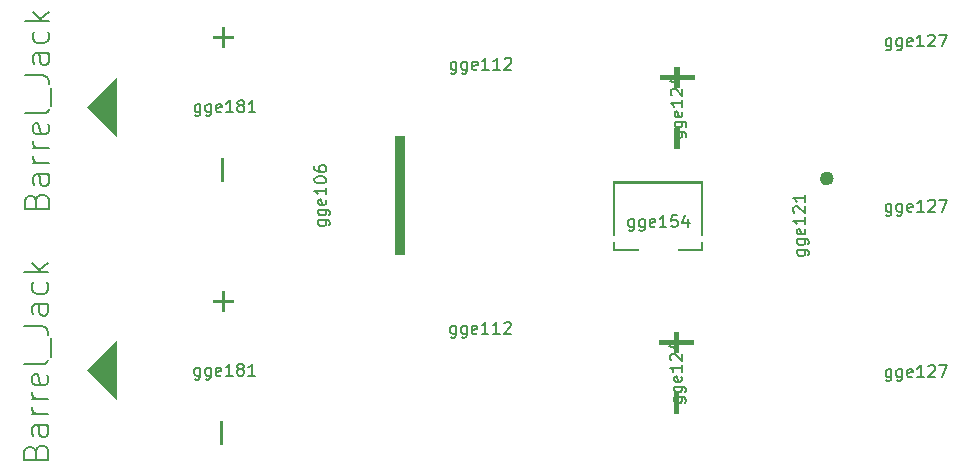
<source format=gbr>
%TF.GenerationSoftware,KiCad,Pcbnew,(6.0.8)*%
%TF.CreationDate,2022-12-08T15:19:17+02:00*%
%TF.ProjectId,Power Distribution,506f7765-7220-4446-9973-747269627574,V0*%
%TF.SameCoordinates,Original*%
%TF.FileFunction,Other,Comment*%
%FSLAX46Y46*%
G04 Gerber Fmt 4.6, Leading zero omitted, Abs format (unit mm)*
G04 Created by KiCad (PCBNEW (6.0.8)) date 2022-12-08 15:19:17*
%MOMM*%
%LPD*%
G01*
G04 APERTURE LIST*
%ADD10C,0.150000*%
%ADD11C,0.203000*%
%ADD12C,0.600000*%
G04 APERTURE END LIST*
D10*
%TO.C,Q2*%
X246592367Y-141345786D02*
X247401891Y-141345786D01*
X247497129Y-141393405D01*
X247544748Y-141441024D01*
X247592367Y-141536262D01*
X247592367Y-141679119D01*
X247544748Y-141774357D01*
X247211414Y-141345786D02*
X247259033Y-141441024D01*
X247259033Y-141631500D01*
X247211414Y-141726738D01*
X247163795Y-141774357D01*
X247068557Y-141821976D01*
X246782843Y-141821976D01*
X246687605Y-141774357D01*
X246639986Y-141726738D01*
X246592367Y-141631500D01*
X246592367Y-141441024D01*
X246639986Y-141345786D01*
X246592367Y-140441024D02*
X247401891Y-140441024D01*
X247497129Y-140488643D01*
X247544748Y-140536262D01*
X247592367Y-140631500D01*
X247592367Y-140774357D01*
X247544748Y-140869595D01*
X247211414Y-140441024D02*
X247259033Y-140536262D01*
X247259033Y-140726738D01*
X247211414Y-140821976D01*
X247163795Y-140869595D01*
X247068557Y-140917214D01*
X246782843Y-140917214D01*
X246687605Y-140869595D01*
X246639986Y-140821976D01*
X246592367Y-140726738D01*
X246592367Y-140536262D01*
X246639986Y-140441024D01*
X247211414Y-139583881D02*
X247259033Y-139679119D01*
X247259033Y-139869595D01*
X247211414Y-139964833D01*
X247116176Y-140012452D01*
X246735224Y-140012452D01*
X246639986Y-139964833D01*
X246592367Y-139869595D01*
X246592367Y-139679119D01*
X246639986Y-139583881D01*
X246735224Y-139536262D01*
X246830462Y-139536262D01*
X246925700Y-140012452D01*
X247259033Y-138583881D02*
X247259033Y-139155309D01*
X247259033Y-138869595D02*
X246259033Y-138869595D01*
X246401891Y-138964833D01*
X246497129Y-139060071D01*
X246544748Y-139155309D01*
X246354272Y-138202928D02*
X246306653Y-138155309D01*
X246259033Y-138060071D01*
X246259033Y-137821976D01*
X246306653Y-137726738D01*
X246354272Y-137679119D01*
X246449510Y-137631500D01*
X246544748Y-137631500D01*
X246687605Y-137679119D01*
X247259033Y-138250548D01*
X247259033Y-137631500D01*
X247259033Y-136679119D02*
X247259033Y-137250548D01*
X247259033Y-136964833D02*
X246259033Y-136964833D01*
X246401891Y-137060071D01*
X246497129Y-137155309D01*
X246544748Y-137250548D01*
%TO.C,D1*%
X236205861Y-131386563D02*
X237015385Y-131386563D01*
X237110623Y-131434182D01*
X237158242Y-131481801D01*
X237205861Y-131577039D01*
X237205861Y-131719896D01*
X237158242Y-131815134D01*
X236824908Y-131386563D02*
X236872527Y-131481801D01*
X236872527Y-131672277D01*
X236824908Y-131767515D01*
X236777289Y-131815134D01*
X236682051Y-131862753D01*
X236396337Y-131862753D01*
X236301099Y-131815134D01*
X236253480Y-131767515D01*
X236205861Y-131672277D01*
X236205861Y-131481801D01*
X236253480Y-131386563D01*
X236205861Y-130481801D02*
X237015385Y-130481801D01*
X237110623Y-130529420D01*
X237158242Y-130577039D01*
X237205861Y-130672277D01*
X237205861Y-130815134D01*
X237158242Y-130910372D01*
X236824908Y-130481801D02*
X236872527Y-130577039D01*
X236872527Y-130767515D01*
X236824908Y-130862753D01*
X236777289Y-130910372D01*
X236682051Y-130957991D01*
X236396337Y-130957991D01*
X236301099Y-130910372D01*
X236253480Y-130862753D01*
X236205861Y-130767515D01*
X236205861Y-130577039D01*
X236253480Y-130481801D01*
X236824908Y-129624658D02*
X236872527Y-129719896D01*
X236872527Y-129910372D01*
X236824908Y-130005610D01*
X236729670Y-130053229D01*
X236348718Y-130053229D01*
X236253480Y-130005610D01*
X236205861Y-129910372D01*
X236205861Y-129719896D01*
X236253480Y-129624658D01*
X236348718Y-129577039D01*
X236443956Y-129577039D01*
X236539194Y-130053229D01*
X236872527Y-128624658D02*
X236872527Y-129196086D01*
X236872527Y-128910372D02*
X235872527Y-128910372D01*
X236015385Y-129005610D01*
X236110623Y-129100848D01*
X236158242Y-129196086D01*
X235967766Y-128243705D02*
X235920147Y-128196086D01*
X235872527Y-128100848D01*
X235872527Y-127862753D01*
X235920147Y-127767515D01*
X235967766Y-127719896D01*
X236063004Y-127672277D01*
X236158242Y-127672277D01*
X236301099Y-127719896D01*
X236872527Y-128291325D01*
X236872527Y-127672277D01*
X236205861Y-126815134D02*
X236872527Y-126815134D01*
X235824908Y-127053229D02*
X236539194Y-127291325D01*
X236539194Y-126672277D01*
%TO.C,D2*%
X236157194Y-153829238D02*
X236966718Y-153829238D01*
X237061956Y-153876857D01*
X237109575Y-153924476D01*
X237157194Y-154019714D01*
X237157194Y-154162571D01*
X237109575Y-154257809D01*
X236776241Y-153829238D02*
X236823860Y-153924476D01*
X236823860Y-154114952D01*
X236776241Y-154210190D01*
X236728622Y-154257809D01*
X236633384Y-154305428D01*
X236347670Y-154305428D01*
X236252432Y-154257809D01*
X236204813Y-154210190D01*
X236157194Y-154114952D01*
X236157194Y-153924476D01*
X236204813Y-153829238D01*
X236157194Y-152924476D02*
X236966718Y-152924476D01*
X237061956Y-152972095D01*
X237109575Y-153019714D01*
X237157194Y-153114952D01*
X237157194Y-153257809D01*
X237109575Y-153353047D01*
X236776241Y-152924476D02*
X236823860Y-153019714D01*
X236823860Y-153210190D01*
X236776241Y-153305428D01*
X236728622Y-153353047D01*
X236633384Y-153400666D01*
X236347670Y-153400666D01*
X236252432Y-153353047D01*
X236204813Y-153305428D01*
X236157194Y-153210190D01*
X236157194Y-153019714D01*
X236204813Y-152924476D01*
X236776241Y-152067333D02*
X236823860Y-152162571D01*
X236823860Y-152353047D01*
X236776241Y-152448285D01*
X236681003Y-152495904D01*
X236300051Y-152495904D01*
X236204813Y-152448285D01*
X236157194Y-152353047D01*
X236157194Y-152162571D01*
X236204813Y-152067333D01*
X236300051Y-152019714D01*
X236395289Y-152019714D01*
X236490527Y-152495904D01*
X236823860Y-151067333D02*
X236823860Y-151638761D01*
X236823860Y-151353047D02*
X235823860Y-151353047D01*
X235966718Y-151448285D01*
X236061956Y-151543523D01*
X236109575Y-151638761D01*
X235919099Y-150686380D02*
X235871480Y-150638761D01*
X235823860Y-150543523D01*
X235823860Y-150305428D01*
X235871480Y-150210190D01*
X235919099Y-150162571D01*
X236014337Y-150114952D01*
X236109575Y-150114952D01*
X236252432Y-150162571D01*
X236823860Y-150734000D01*
X236823860Y-150114952D01*
X236157194Y-149257809D02*
X236823860Y-149257809D01*
X235776241Y-149495904D02*
X236490527Y-149734000D01*
X236490527Y-149114952D01*
D11*
%TO.C,J2*%
X182119169Y-158406094D02*
X182215931Y-158115808D01*
X182312692Y-158019046D01*
X182506216Y-157922284D01*
X182796502Y-157922284D01*
X182990026Y-158019046D01*
X183086788Y-158115808D01*
X183183550Y-158309332D01*
X183183550Y-159083427D01*
X181151550Y-159083427D01*
X181151550Y-158406094D01*
X181248312Y-158212570D01*
X181345073Y-158115808D01*
X181538597Y-158019046D01*
X181732121Y-158019046D01*
X181925645Y-158115808D01*
X182022407Y-158212570D01*
X182119169Y-158406094D01*
X182119169Y-159083427D01*
X183183550Y-156180570D02*
X182119169Y-156180570D01*
X181925645Y-156277332D01*
X181828883Y-156470856D01*
X181828883Y-156857903D01*
X181925645Y-157051427D01*
X183086788Y-156180570D02*
X183183550Y-156374094D01*
X183183550Y-156857903D01*
X183086788Y-157051427D01*
X182893264Y-157148189D01*
X182699740Y-157148189D01*
X182506216Y-157051427D01*
X182409454Y-156857903D01*
X182409454Y-156374094D01*
X182312692Y-156180570D01*
X183183550Y-155212951D02*
X181828883Y-155212951D01*
X182215931Y-155212951D02*
X182022407Y-155116189D01*
X181925645Y-155019427D01*
X181828883Y-154825903D01*
X181828883Y-154632379D01*
X183183550Y-153955046D02*
X181828883Y-153955046D01*
X182215931Y-153955046D02*
X182022407Y-153858284D01*
X181925645Y-153761522D01*
X181828883Y-153567998D01*
X181828883Y-153374475D01*
X183086788Y-151923046D02*
X183183550Y-152116570D01*
X183183550Y-152503617D01*
X183086788Y-152697141D01*
X182893264Y-152793903D01*
X182119169Y-152793903D01*
X181925645Y-152697141D01*
X181828883Y-152503617D01*
X181828883Y-152116570D01*
X181925645Y-151923046D01*
X182119169Y-151826284D01*
X182312692Y-151826284D01*
X182506216Y-152793903D01*
X183183550Y-150665141D02*
X183086788Y-150858665D01*
X182893264Y-150955427D01*
X181151550Y-150955427D01*
X183377073Y-150374856D02*
X183377073Y-148826665D01*
X181151550Y-147762284D02*
X182602978Y-147762284D01*
X182893264Y-147859046D01*
X183086788Y-148052570D01*
X183183550Y-148342856D01*
X183183550Y-148536379D01*
X183183550Y-145923808D02*
X182119169Y-145923808D01*
X181925645Y-146020570D01*
X181828883Y-146214094D01*
X181828883Y-146601141D01*
X181925645Y-146794665D01*
X183086788Y-145923808D02*
X183183550Y-146117332D01*
X183183550Y-146601141D01*
X183086788Y-146794665D01*
X182893264Y-146891427D01*
X182699740Y-146891427D01*
X182506216Y-146794665D01*
X182409454Y-146601141D01*
X182409454Y-146117332D01*
X182312692Y-145923808D01*
X183086788Y-144085332D02*
X183183550Y-144278856D01*
X183183550Y-144665903D01*
X183086788Y-144859427D01*
X182990026Y-144956189D01*
X182796502Y-145052951D01*
X182215931Y-145052951D01*
X182022407Y-144956189D01*
X181925645Y-144859427D01*
X181828883Y-144665903D01*
X181828883Y-144278856D01*
X181925645Y-144085332D01*
X183183550Y-143214475D02*
X181151550Y-143214475D01*
X182409454Y-143020951D02*
X183183550Y-142440379D01*
X181828883Y-142440379D02*
X182602978Y-143214475D01*
D10*
X196019573Y-151315695D02*
X196019573Y-152125219D01*
X195971954Y-152220457D01*
X195924335Y-152268076D01*
X195829097Y-152315695D01*
X195686240Y-152315695D01*
X195591002Y-152268076D01*
X196019573Y-151934742D02*
X195924335Y-151982361D01*
X195733859Y-151982361D01*
X195638621Y-151934742D01*
X195591002Y-151887123D01*
X195543383Y-151791885D01*
X195543383Y-151506171D01*
X195591002Y-151410933D01*
X195638621Y-151363314D01*
X195733859Y-151315695D01*
X195924335Y-151315695D01*
X196019573Y-151363314D01*
X196924335Y-151315695D02*
X196924335Y-152125219D01*
X196876716Y-152220457D01*
X196829097Y-152268076D01*
X196733859Y-152315695D01*
X196591002Y-152315695D01*
X196495764Y-152268076D01*
X196924335Y-151934742D02*
X196829097Y-151982361D01*
X196638621Y-151982361D01*
X196543383Y-151934742D01*
X196495764Y-151887123D01*
X196448145Y-151791885D01*
X196448145Y-151506171D01*
X196495764Y-151410933D01*
X196543383Y-151363314D01*
X196638621Y-151315695D01*
X196829097Y-151315695D01*
X196924335Y-151363314D01*
X197781478Y-151934742D02*
X197686240Y-151982361D01*
X197495764Y-151982361D01*
X197400526Y-151934742D01*
X197352907Y-151839504D01*
X197352907Y-151458552D01*
X197400526Y-151363314D01*
X197495764Y-151315695D01*
X197686240Y-151315695D01*
X197781478Y-151363314D01*
X197829097Y-151458552D01*
X197829097Y-151553790D01*
X197352907Y-151649028D01*
X198781478Y-151982361D02*
X198210050Y-151982361D01*
X198495764Y-151982361D02*
X198495764Y-150982361D01*
X198400526Y-151125219D01*
X198305288Y-151220457D01*
X198210050Y-151268076D01*
X199352907Y-151410933D02*
X199257669Y-151363314D01*
X199210050Y-151315695D01*
X199162431Y-151220457D01*
X199162431Y-151172838D01*
X199210050Y-151077600D01*
X199257669Y-151029981D01*
X199352907Y-150982361D01*
X199543383Y-150982361D01*
X199638621Y-151029981D01*
X199686240Y-151077600D01*
X199733859Y-151172838D01*
X199733859Y-151220457D01*
X199686240Y-151315695D01*
X199638621Y-151363314D01*
X199543383Y-151410933D01*
X199352907Y-151410933D01*
X199257669Y-151458552D01*
X199210050Y-151506171D01*
X199162431Y-151601409D01*
X199162431Y-151791885D01*
X199210050Y-151887123D01*
X199257669Y-151934742D01*
X199352907Y-151982361D01*
X199543383Y-151982361D01*
X199638621Y-151934742D01*
X199686240Y-151887123D01*
X199733859Y-151791885D01*
X199733859Y-151601409D01*
X199686240Y-151506171D01*
X199638621Y-151458552D01*
X199543383Y-151410933D01*
X200686240Y-151982361D02*
X200114812Y-151982361D01*
X200400526Y-151982361D02*
X200400526Y-150982361D01*
X200305288Y-151125219D01*
X200210050Y-151220457D01*
X200114812Y-151268076D01*
%TO.C,J5*%
X254555560Y-151433714D02*
X254555560Y-152243238D01*
X254507941Y-152338476D01*
X254460322Y-152386095D01*
X254365084Y-152433714D01*
X254222227Y-152433714D01*
X254126989Y-152386095D01*
X254555560Y-152052761D02*
X254460322Y-152100380D01*
X254269846Y-152100380D01*
X254174608Y-152052761D01*
X254126989Y-152005142D01*
X254079370Y-151909904D01*
X254079370Y-151624190D01*
X254126989Y-151528952D01*
X254174608Y-151481333D01*
X254269846Y-151433714D01*
X254460322Y-151433714D01*
X254555560Y-151481333D01*
X255460322Y-151433714D02*
X255460322Y-152243238D01*
X255412703Y-152338476D01*
X255365084Y-152386095D01*
X255269846Y-152433714D01*
X255126989Y-152433714D01*
X255031751Y-152386095D01*
X255460322Y-152052761D02*
X255365084Y-152100380D01*
X255174608Y-152100380D01*
X255079370Y-152052761D01*
X255031751Y-152005142D01*
X254984132Y-151909904D01*
X254984132Y-151624190D01*
X255031751Y-151528952D01*
X255079370Y-151481333D01*
X255174608Y-151433714D01*
X255365084Y-151433714D01*
X255460322Y-151481333D01*
X256317465Y-152052761D02*
X256222227Y-152100380D01*
X256031751Y-152100380D01*
X255936513Y-152052761D01*
X255888894Y-151957523D01*
X255888894Y-151576571D01*
X255936513Y-151481333D01*
X256031751Y-151433714D01*
X256222227Y-151433714D01*
X256317465Y-151481333D01*
X256365084Y-151576571D01*
X256365084Y-151671809D01*
X255888894Y-151767047D01*
X257317465Y-152100380D02*
X256746037Y-152100380D01*
X257031751Y-152100380D02*
X257031751Y-151100380D01*
X256936513Y-151243238D01*
X256841275Y-151338476D01*
X256746037Y-151386095D01*
X257698418Y-151195619D02*
X257746037Y-151148000D01*
X257841275Y-151100380D01*
X258079370Y-151100380D01*
X258174608Y-151148000D01*
X258222227Y-151195619D01*
X258269846Y-151290857D01*
X258269846Y-151386095D01*
X258222227Y-151528952D01*
X257650799Y-152100380D01*
X258269846Y-152100380D01*
X258603179Y-151100380D02*
X259269846Y-151100380D01*
X258841275Y-152100380D01*
%TO.C,F1*%
X217713254Y-125404532D02*
X217713254Y-126214056D01*
X217665635Y-126309294D01*
X217618016Y-126356913D01*
X217522778Y-126404532D01*
X217379921Y-126404532D01*
X217284683Y-126356913D01*
X217713254Y-126023579D02*
X217618016Y-126071198D01*
X217427540Y-126071198D01*
X217332302Y-126023579D01*
X217284683Y-125975960D01*
X217237064Y-125880722D01*
X217237064Y-125595008D01*
X217284683Y-125499770D01*
X217332302Y-125452151D01*
X217427540Y-125404532D01*
X217618016Y-125404532D01*
X217713254Y-125452151D01*
X218618016Y-125404532D02*
X218618016Y-126214056D01*
X218570397Y-126309294D01*
X218522778Y-126356913D01*
X218427540Y-126404532D01*
X218284683Y-126404532D01*
X218189445Y-126356913D01*
X218618016Y-126023579D02*
X218522778Y-126071198D01*
X218332302Y-126071198D01*
X218237064Y-126023579D01*
X218189445Y-125975960D01*
X218141826Y-125880722D01*
X218141826Y-125595008D01*
X218189445Y-125499770D01*
X218237064Y-125452151D01*
X218332302Y-125404532D01*
X218522778Y-125404532D01*
X218618016Y-125452151D01*
X219475159Y-126023579D02*
X219379921Y-126071198D01*
X219189445Y-126071198D01*
X219094207Y-126023579D01*
X219046588Y-125928341D01*
X219046588Y-125547389D01*
X219094207Y-125452151D01*
X219189445Y-125404532D01*
X219379921Y-125404532D01*
X219475159Y-125452151D01*
X219522778Y-125547389D01*
X219522778Y-125642627D01*
X219046588Y-125737865D01*
X220475159Y-126071198D02*
X219903731Y-126071198D01*
X220189445Y-126071198D02*
X220189445Y-125071198D01*
X220094207Y-125214056D01*
X219998969Y-125309294D01*
X219903731Y-125356913D01*
X221427540Y-126071198D02*
X220856112Y-126071198D01*
X221141826Y-126071198D02*
X221141826Y-125071198D01*
X221046588Y-125214056D01*
X220951350Y-125309294D01*
X220856112Y-125356913D01*
X221808493Y-125166437D02*
X221856112Y-125118818D01*
X221951350Y-125071198D01*
X222189445Y-125071198D01*
X222284683Y-125118818D01*
X222332302Y-125166437D01*
X222379921Y-125261675D01*
X222379921Y-125356913D01*
X222332302Y-125499770D01*
X221760873Y-126071198D01*
X222379921Y-126071198D01*
%TO.C,J3*%
X254544216Y-123433714D02*
X254544216Y-124243238D01*
X254496597Y-124338476D01*
X254448978Y-124386095D01*
X254353740Y-124433714D01*
X254210883Y-124433714D01*
X254115645Y-124386095D01*
X254544216Y-124052761D02*
X254448978Y-124100380D01*
X254258502Y-124100380D01*
X254163264Y-124052761D01*
X254115645Y-124005142D01*
X254068026Y-123909904D01*
X254068026Y-123624190D01*
X254115645Y-123528952D01*
X254163264Y-123481333D01*
X254258502Y-123433714D01*
X254448978Y-123433714D01*
X254544216Y-123481333D01*
X255448978Y-123433714D02*
X255448978Y-124243238D01*
X255401359Y-124338476D01*
X255353740Y-124386095D01*
X255258502Y-124433714D01*
X255115645Y-124433714D01*
X255020407Y-124386095D01*
X255448978Y-124052761D02*
X255353740Y-124100380D01*
X255163264Y-124100380D01*
X255068026Y-124052761D01*
X255020407Y-124005142D01*
X254972788Y-123909904D01*
X254972788Y-123624190D01*
X255020407Y-123528952D01*
X255068026Y-123481333D01*
X255163264Y-123433714D01*
X255353740Y-123433714D01*
X255448978Y-123481333D01*
X256306121Y-124052761D02*
X256210883Y-124100380D01*
X256020407Y-124100380D01*
X255925169Y-124052761D01*
X255877550Y-123957523D01*
X255877550Y-123576571D01*
X255925169Y-123481333D01*
X256020407Y-123433714D01*
X256210883Y-123433714D01*
X256306121Y-123481333D01*
X256353740Y-123576571D01*
X256353740Y-123671809D01*
X255877550Y-123767047D01*
X257306121Y-124100380D02*
X256734693Y-124100380D01*
X257020407Y-124100380D02*
X257020407Y-123100380D01*
X256925169Y-123243238D01*
X256829931Y-123338476D01*
X256734693Y-123386095D01*
X257687074Y-123195619D02*
X257734693Y-123148000D01*
X257829931Y-123100380D01*
X258068026Y-123100380D01*
X258163264Y-123148000D01*
X258210883Y-123195619D01*
X258258502Y-123290857D01*
X258258502Y-123386095D01*
X258210883Y-123528952D01*
X257639455Y-124100380D01*
X258258502Y-124100380D01*
X258591835Y-123100380D02*
X259258502Y-123100380D01*
X258829931Y-124100380D01*
%TO.C,J4*%
X254555560Y-137433714D02*
X254555560Y-138243238D01*
X254507941Y-138338476D01*
X254460322Y-138386095D01*
X254365084Y-138433714D01*
X254222227Y-138433714D01*
X254126989Y-138386095D01*
X254555560Y-138052761D02*
X254460322Y-138100380D01*
X254269846Y-138100380D01*
X254174608Y-138052761D01*
X254126989Y-138005142D01*
X254079370Y-137909904D01*
X254079370Y-137624190D01*
X254126989Y-137528952D01*
X254174608Y-137481333D01*
X254269846Y-137433714D01*
X254460322Y-137433714D01*
X254555560Y-137481333D01*
X255460322Y-137433714D02*
X255460322Y-138243238D01*
X255412703Y-138338476D01*
X255365084Y-138386095D01*
X255269846Y-138433714D01*
X255126989Y-138433714D01*
X255031751Y-138386095D01*
X255460322Y-138052761D02*
X255365084Y-138100380D01*
X255174608Y-138100380D01*
X255079370Y-138052761D01*
X255031751Y-138005142D01*
X254984132Y-137909904D01*
X254984132Y-137624190D01*
X255031751Y-137528952D01*
X255079370Y-137481333D01*
X255174608Y-137433714D01*
X255365084Y-137433714D01*
X255460322Y-137481333D01*
X256317465Y-138052761D02*
X256222227Y-138100380D01*
X256031751Y-138100380D01*
X255936513Y-138052761D01*
X255888894Y-137957523D01*
X255888894Y-137576571D01*
X255936513Y-137481333D01*
X256031751Y-137433714D01*
X256222227Y-137433714D01*
X256317465Y-137481333D01*
X256365084Y-137576571D01*
X256365084Y-137671809D01*
X255888894Y-137767047D01*
X257317465Y-138100380D02*
X256746037Y-138100380D01*
X257031751Y-138100380D02*
X257031751Y-137100380D01*
X256936513Y-137243238D01*
X256841275Y-137338476D01*
X256746037Y-137386095D01*
X257698418Y-137195619D02*
X257746037Y-137148000D01*
X257841275Y-137100380D01*
X258079370Y-137100380D01*
X258174608Y-137148000D01*
X258222227Y-137195619D01*
X258269846Y-137290857D01*
X258269846Y-137386095D01*
X258222227Y-137528952D01*
X257650799Y-138100380D01*
X258269846Y-138100380D01*
X258603179Y-137100380D02*
X259269846Y-137100380D01*
X258841275Y-138100380D01*
D11*
%TO.C,J1*%
X182151614Y-137172000D02*
X182248376Y-136881714D01*
X182345137Y-136784952D01*
X182538661Y-136688190D01*
X182828947Y-136688190D01*
X183022471Y-136784952D01*
X183119233Y-136881714D01*
X183215995Y-137075238D01*
X183215995Y-137849333D01*
X181183995Y-137849333D01*
X181183995Y-137172000D01*
X181280757Y-136978476D01*
X181377518Y-136881714D01*
X181571042Y-136784952D01*
X181764566Y-136784952D01*
X181958090Y-136881714D01*
X182054852Y-136978476D01*
X182151614Y-137172000D01*
X182151614Y-137849333D01*
X183215995Y-134946476D02*
X182151614Y-134946476D01*
X181958090Y-135043238D01*
X181861328Y-135236762D01*
X181861328Y-135623809D01*
X181958090Y-135817333D01*
X183119233Y-134946476D02*
X183215995Y-135140000D01*
X183215995Y-135623809D01*
X183119233Y-135817333D01*
X182925709Y-135914095D01*
X182732185Y-135914095D01*
X182538661Y-135817333D01*
X182441899Y-135623809D01*
X182441899Y-135140000D01*
X182345137Y-134946476D01*
X183215995Y-133978857D02*
X181861328Y-133978857D01*
X182248376Y-133978857D02*
X182054852Y-133882095D01*
X181958090Y-133785333D01*
X181861328Y-133591809D01*
X181861328Y-133398285D01*
X183215995Y-132720952D02*
X181861328Y-132720952D01*
X182248376Y-132720952D02*
X182054852Y-132624190D01*
X181958090Y-132527428D01*
X181861328Y-132333904D01*
X181861328Y-132140381D01*
X183119233Y-130688952D02*
X183215995Y-130882476D01*
X183215995Y-131269523D01*
X183119233Y-131463047D01*
X182925709Y-131559809D01*
X182151614Y-131559809D01*
X181958090Y-131463047D01*
X181861328Y-131269523D01*
X181861328Y-130882476D01*
X181958090Y-130688952D01*
X182151614Y-130592190D01*
X182345137Y-130592190D01*
X182538661Y-131559809D01*
X183215995Y-129431047D02*
X183119233Y-129624571D01*
X182925709Y-129721333D01*
X181183995Y-129721333D01*
X183409518Y-129140762D02*
X183409518Y-127592571D01*
X181183995Y-126528190D02*
X182635423Y-126528190D01*
X182925709Y-126624952D01*
X183119233Y-126818476D01*
X183215995Y-127108762D01*
X183215995Y-127302285D01*
X183215995Y-124689714D02*
X182151614Y-124689714D01*
X181958090Y-124786476D01*
X181861328Y-124980000D01*
X181861328Y-125367047D01*
X181958090Y-125560571D01*
X183119233Y-124689714D02*
X183215995Y-124883238D01*
X183215995Y-125367047D01*
X183119233Y-125560571D01*
X182925709Y-125657333D01*
X182732185Y-125657333D01*
X182538661Y-125560571D01*
X182441899Y-125367047D01*
X182441899Y-124883238D01*
X182345137Y-124689714D01*
X183119233Y-122851238D02*
X183215995Y-123044762D01*
X183215995Y-123431809D01*
X183119233Y-123625333D01*
X183022471Y-123722095D01*
X182828947Y-123818857D01*
X182248376Y-123818857D01*
X182054852Y-123722095D01*
X181958090Y-123625333D01*
X181861328Y-123431809D01*
X181861328Y-123044762D01*
X181958090Y-122851238D01*
X183215995Y-121980381D02*
X181183995Y-121980381D01*
X182441899Y-121786857D02*
X183215995Y-121206285D01*
X181861328Y-121206285D02*
X182635423Y-121980381D01*
D10*
X196052018Y-129000807D02*
X196052018Y-129810331D01*
X196004399Y-129905569D01*
X195956780Y-129953188D01*
X195861542Y-130000807D01*
X195718685Y-130000807D01*
X195623447Y-129953188D01*
X196052018Y-129619854D02*
X195956780Y-129667473D01*
X195766304Y-129667473D01*
X195671066Y-129619854D01*
X195623447Y-129572235D01*
X195575828Y-129476997D01*
X195575828Y-129191283D01*
X195623447Y-129096045D01*
X195671066Y-129048426D01*
X195766304Y-129000807D01*
X195956780Y-129000807D01*
X196052018Y-129048426D01*
X196956780Y-129000807D02*
X196956780Y-129810331D01*
X196909161Y-129905569D01*
X196861542Y-129953188D01*
X196766304Y-130000807D01*
X196623447Y-130000807D01*
X196528209Y-129953188D01*
X196956780Y-129619854D02*
X196861542Y-129667473D01*
X196671066Y-129667473D01*
X196575828Y-129619854D01*
X196528209Y-129572235D01*
X196480590Y-129476997D01*
X196480590Y-129191283D01*
X196528209Y-129096045D01*
X196575828Y-129048426D01*
X196671066Y-129000807D01*
X196861542Y-129000807D01*
X196956780Y-129048426D01*
X197813923Y-129619854D02*
X197718685Y-129667473D01*
X197528209Y-129667473D01*
X197432971Y-129619854D01*
X197385352Y-129524616D01*
X197385352Y-129143664D01*
X197432971Y-129048426D01*
X197528209Y-129000807D01*
X197718685Y-129000807D01*
X197813923Y-129048426D01*
X197861542Y-129143664D01*
X197861542Y-129238902D01*
X197385352Y-129334140D01*
X198813923Y-129667473D02*
X198242495Y-129667473D01*
X198528209Y-129667473D02*
X198528209Y-128667473D01*
X198432971Y-128810331D01*
X198337733Y-128905569D01*
X198242495Y-128953188D01*
X199385352Y-129096045D02*
X199290114Y-129048426D01*
X199242495Y-129000807D01*
X199194876Y-128905569D01*
X199194876Y-128857950D01*
X199242495Y-128762712D01*
X199290114Y-128715093D01*
X199385352Y-128667473D01*
X199575828Y-128667473D01*
X199671066Y-128715093D01*
X199718685Y-128762712D01*
X199766304Y-128857950D01*
X199766304Y-128905569D01*
X199718685Y-129000807D01*
X199671066Y-129048426D01*
X199575828Y-129096045D01*
X199385352Y-129096045D01*
X199290114Y-129143664D01*
X199242495Y-129191283D01*
X199194876Y-129286521D01*
X199194876Y-129476997D01*
X199242495Y-129572235D01*
X199290114Y-129619854D01*
X199385352Y-129667473D01*
X199575828Y-129667473D01*
X199671066Y-129619854D01*
X199718685Y-129572235D01*
X199766304Y-129476997D01*
X199766304Y-129286521D01*
X199718685Y-129191283D01*
X199671066Y-129143664D01*
X199575828Y-129096045D01*
X200718685Y-129667473D02*
X200147257Y-129667473D01*
X200432971Y-129667473D02*
X200432971Y-128667473D01*
X200337733Y-128810331D01*
X200242495Y-128905569D01*
X200147257Y-128953188D01*
%TO.C,F2*%
X217689560Y-147769714D02*
X217689560Y-148579238D01*
X217641941Y-148674476D01*
X217594322Y-148722095D01*
X217499084Y-148769714D01*
X217356227Y-148769714D01*
X217260989Y-148722095D01*
X217689560Y-148388761D02*
X217594322Y-148436380D01*
X217403846Y-148436380D01*
X217308608Y-148388761D01*
X217260989Y-148341142D01*
X217213370Y-148245904D01*
X217213370Y-147960190D01*
X217260989Y-147864952D01*
X217308608Y-147817333D01*
X217403846Y-147769714D01*
X217594322Y-147769714D01*
X217689560Y-147817333D01*
X218594322Y-147769714D02*
X218594322Y-148579238D01*
X218546703Y-148674476D01*
X218499084Y-148722095D01*
X218403846Y-148769714D01*
X218260989Y-148769714D01*
X218165751Y-148722095D01*
X218594322Y-148388761D02*
X218499084Y-148436380D01*
X218308608Y-148436380D01*
X218213370Y-148388761D01*
X218165751Y-148341142D01*
X218118132Y-148245904D01*
X218118132Y-147960190D01*
X218165751Y-147864952D01*
X218213370Y-147817333D01*
X218308608Y-147769714D01*
X218499084Y-147769714D01*
X218594322Y-147817333D01*
X219451465Y-148388761D02*
X219356227Y-148436380D01*
X219165751Y-148436380D01*
X219070513Y-148388761D01*
X219022894Y-148293523D01*
X219022894Y-147912571D01*
X219070513Y-147817333D01*
X219165751Y-147769714D01*
X219356227Y-147769714D01*
X219451465Y-147817333D01*
X219499084Y-147912571D01*
X219499084Y-148007809D01*
X219022894Y-148103047D01*
X220451465Y-148436380D02*
X219880037Y-148436380D01*
X220165751Y-148436380D02*
X220165751Y-147436380D01*
X220070513Y-147579238D01*
X219975275Y-147674476D01*
X219880037Y-147722095D01*
X221403846Y-148436380D02*
X220832418Y-148436380D01*
X221118132Y-148436380D02*
X221118132Y-147436380D01*
X221022894Y-147579238D01*
X220927656Y-147674476D01*
X220832418Y-147722095D01*
X221784799Y-147531619D02*
X221832418Y-147484000D01*
X221927656Y-147436380D01*
X222165751Y-147436380D01*
X222260989Y-147484000D01*
X222308608Y-147531619D01*
X222356227Y-147626857D01*
X222356227Y-147722095D01*
X222308608Y-147864952D01*
X221737179Y-148436380D01*
X222356227Y-148436380D01*
%TO.C,J6*%
X206033513Y-138829238D02*
X206843037Y-138829238D01*
X206938275Y-138876857D01*
X206985894Y-138924476D01*
X207033513Y-139019714D01*
X207033513Y-139162571D01*
X206985894Y-139257809D01*
X206652560Y-138829238D02*
X206700179Y-138924476D01*
X206700179Y-139114952D01*
X206652560Y-139210190D01*
X206604941Y-139257809D01*
X206509703Y-139305428D01*
X206223989Y-139305428D01*
X206128751Y-139257809D01*
X206081132Y-139210190D01*
X206033513Y-139114952D01*
X206033513Y-138924476D01*
X206081132Y-138829238D01*
X206033513Y-137924476D02*
X206843037Y-137924476D01*
X206938275Y-137972095D01*
X206985894Y-138019714D01*
X207033513Y-138114952D01*
X207033513Y-138257809D01*
X206985894Y-138353047D01*
X206652560Y-137924476D02*
X206700179Y-138019714D01*
X206700179Y-138210190D01*
X206652560Y-138305428D01*
X206604941Y-138353047D01*
X206509703Y-138400666D01*
X206223989Y-138400666D01*
X206128751Y-138353047D01*
X206081132Y-138305428D01*
X206033513Y-138210190D01*
X206033513Y-138019714D01*
X206081132Y-137924476D01*
X206652560Y-137067333D02*
X206700179Y-137162571D01*
X206700179Y-137353047D01*
X206652560Y-137448285D01*
X206557322Y-137495904D01*
X206176370Y-137495904D01*
X206081132Y-137448285D01*
X206033513Y-137353047D01*
X206033513Y-137162571D01*
X206081132Y-137067333D01*
X206176370Y-137019714D01*
X206271608Y-137019714D01*
X206366846Y-137495904D01*
X206700179Y-136067333D02*
X206700179Y-136638761D01*
X206700179Y-136353047D02*
X205700179Y-136353047D01*
X205843037Y-136448285D01*
X205938275Y-136543523D01*
X205985894Y-136638761D01*
X205700179Y-135448285D02*
X205700179Y-135353047D01*
X205747799Y-135257809D01*
X205795418Y-135210190D01*
X205890656Y-135162571D01*
X206081132Y-135114952D01*
X206319227Y-135114952D01*
X206509703Y-135162571D01*
X206604941Y-135210190D01*
X206652560Y-135257809D01*
X206700179Y-135353047D01*
X206700179Y-135448285D01*
X206652560Y-135543523D01*
X206604941Y-135591142D01*
X206509703Y-135638761D01*
X206319227Y-135686380D01*
X206081132Y-135686380D01*
X205890656Y-135638761D01*
X205795418Y-135591142D01*
X205747799Y-135543523D01*
X205700179Y-135448285D01*
X205700179Y-134257809D02*
X205700179Y-134448285D01*
X205747799Y-134543523D01*
X205795418Y-134591142D01*
X205938275Y-134686380D01*
X206128751Y-134734000D01*
X206509703Y-134734000D01*
X206604941Y-134686380D01*
X206652560Y-134638761D01*
X206700179Y-134543523D01*
X206700179Y-134353047D01*
X206652560Y-134257809D01*
X206604941Y-134210190D01*
X206509703Y-134162571D01*
X206271608Y-134162571D01*
X206176370Y-134210190D01*
X206128751Y-134257809D01*
X206081132Y-134353047D01*
X206081132Y-134543523D01*
X206128751Y-134638761D01*
X206176370Y-134686380D01*
X206271608Y-134734000D01*
%TO.C,J7*%
X232759560Y-138722714D02*
X232759560Y-139532238D01*
X232711941Y-139627476D01*
X232664322Y-139675095D01*
X232569084Y-139722714D01*
X232426227Y-139722714D01*
X232330989Y-139675095D01*
X232759560Y-139341761D02*
X232664322Y-139389380D01*
X232473846Y-139389380D01*
X232378608Y-139341761D01*
X232330989Y-139294142D01*
X232283370Y-139198904D01*
X232283370Y-138913190D01*
X232330989Y-138817952D01*
X232378608Y-138770333D01*
X232473846Y-138722714D01*
X232664322Y-138722714D01*
X232759560Y-138770333D01*
X233664322Y-138722714D02*
X233664322Y-139532238D01*
X233616703Y-139627476D01*
X233569084Y-139675095D01*
X233473846Y-139722714D01*
X233330989Y-139722714D01*
X233235751Y-139675095D01*
X233664322Y-139341761D02*
X233569084Y-139389380D01*
X233378608Y-139389380D01*
X233283370Y-139341761D01*
X233235751Y-139294142D01*
X233188132Y-139198904D01*
X233188132Y-138913190D01*
X233235751Y-138817952D01*
X233283370Y-138770333D01*
X233378608Y-138722714D01*
X233569084Y-138722714D01*
X233664322Y-138770333D01*
X234521465Y-139341761D02*
X234426227Y-139389380D01*
X234235751Y-139389380D01*
X234140513Y-139341761D01*
X234092894Y-139246523D01*
X234092894Y-138865571D01*
X234140513Y-138770333D01*
X234235751Y-138722714D01*
X234426227Y-138722714D01*
X234521465Y-138770333D01*
X234569084Y-138865571D01*
X234569084Y-138960809D01*
X234092894Y-139056047D01*
X235521465Y-139389380D02*
X234950037Y-139389380D01*
X235235751Y-139389380D02*
X235235751Y-138389380D01*
X235140513Y-138532238D01*
X235045275Y-138627476D01*
X234950037Y-138675095D01*
X236426227Y-138389380D02*
X235950037Y-138389380D01*
X235902418Y-138865571D01*
X235950037Y-138817952D01*
X236045275Y-138770333D01*
X236283370Y-138770333D01*
X236378608Y-138817952D01*
X236426227Y-138865571D01*
X236473846Y-138960809D01*
X236473846Y-139198904D01*
X236426227Y-139294142D01*
X236378608Y-139341761D01*
X236283370Y-139389380D01*
X236045275Y-139389380D01*
X235950037Y-139341761D01*
X235902418Y-139294142D01*
X237330989Y-138722714D02*
X237330989Y-139389380D01*
X237092894Y-138341761D02*
X236854799Y-139056047D01*
X237473846Y-139056047D01*
D12*
%TO.C,Q2*%
X249392653Y-135288548D02*
G75*
G03*
X249392653Y-135288548I-300000J0D01*
G01*
%TO.C,D1*%
G36*
X237895147Y-126940325D02*
G01*
X234945147Y-126940325D01*
X234945147Y-126497325D01*
X237895147Y-126497325D01*
X237895147Y-126940325D01*
G37*
G36*
X236641147Y-127604325D02*
G01*
X236199147Y-127604325D01*
X236199147Y-125834325D01*
X236641147Y-125834325D01*
X236641147Y-127604325D01*
G37*
G36*
X236641147Y-132748325D02*
G01*
X236199147Y-132748325D01*
X236199147Y-130978325D01*
X236641147Y-130978325D01*
X236641147Y-132748325D01*
G37*
%TO.C,D2*%
G36*
X236592480Y-150047000D02*
G01*
X236150480Y-150047000D01*
X236150480Y-148277000D01*
X236592480Y-148277000D01*
X236592480Y-150047000D01*
G37*
G36*
X236592480Y-155191000D02*
G01*
X236150480Y-155191000D01*
X236150480Y-153421000D01*
X236592480Y-153421000D01*
X236592480Y-155191000D01*
G37*
G36*
X237846480Y-149383000D02*
G01*
X234896480Y-149383000D01*
X234896480Y-148940000D01*
X237846480Y-148940000D01*
X237846480Y-149383000D01*
G37*
%TO.C,J2*%
G36*
X197987812Y-157879981D02*
G01*
X197733812Y-157879981D01*
X197733812Y-155847981D01*
X197987812Y-155847981D01*
X197987812Y-157879981D01*
G37*
G36*
X188970812Y-154069981D02*
G01*
X186430812Y-151529981D01*
X188970812Y-148989981D01*
X188970812Y-154069981D01*
G37*
G36*
X198114812Y-145560981D02*
G01*
X198876812Y-145560981D01*
X198876812Y-145814981D01*
X198114812Y-145814981D01*
X198114812Y-146576981D01*
X197860812Y-146576981D01*
X197860812Y-145814981D01*
X197098812Y-145814981D01*
X197098812Y-145560981D01*
X197860812Y-145560981D01*
X197860812Y-144798981D01*
X198114812Y-144798981D01*
X198114812Y-145560981D01*
G37*
%TO.C,J1*%
G36*
X198020257Y-135565093D02*
G01*
X197766257Y-135565093D01*
X197766257Y-133533093D01*
X198020257Y-133533093D01*
X198020257Y-135565093D01*
G37*
G36*
X198147257Y-123246093D02*
G01*
X198909257Y-123246093D01*
X198909257Y-123500093D01*
X198147257Y-123500093D01*
X198147257Y-124262093D01*
X197893257Y-124262093D01*
X197893257Y-123500093D01*
X197131257Y-123500093D01*
X197131257Y-123246093D01*
X197893257Y-123246093D01*
X197893257Y-122484093D01*
X198147257Y-122484093D01*
X198147257Y-123246093D01*
G37*
G36*
X189003257Y-131755093D02*
G01*
X186463257Y-129215093D01*
X189003257Y-126675093D01*
X189003257Y-131755093D01*
G37*
%TO.C,J6*%
G36*
X213397799Y-141763000D02*
G01*
X212497799Y-141763000D01*
X212497799Y-131663000D01*
X213397799Y-131663000D01*
X213397799Y-141763000D01*
G37*
%TO.C,J7*%
G36*
X238654799Y-140137000D02*
G01*
X238454799Y-140137000D01*
X238454799Y-135737000D01*
X231154799Y-135737000D01*
X231154799Y-140137000D01*
X230954799Y-140137000D01*
X230954799Y-135537000D01*
X238654799Y-135537000D01*
X238654799Y-140137000D01*
G37*
G36*
X238654799Y-141437000D02*
G01*
X236454799Y-141437000D01*
X236454799Y-141237000D01*
X238454799Y-141237000D01*
X238454799Y-140637000D01*
X238654799Y-140637000D01*
X238654799Y-141437000D01*
G37*
G36*
X231154799Y-141237000D02*
G01*
X233154799Y-141237000D01*
X233154799Y-141437000D01*
X230954799Y-141437000D01*
X230954799Y-140637000D01*
X231154799Y-140637000D01*
X231154799Y-141237000D01*
G37*
%TD*%
M02*

</source>
